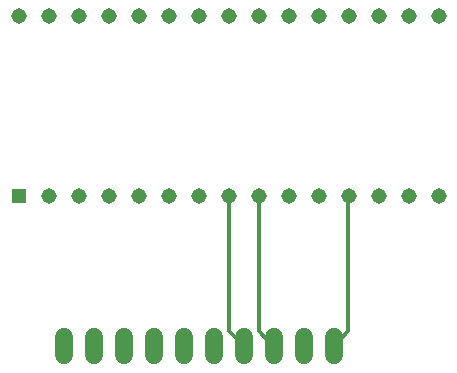
<source format=gbr>
G04 EAGLE Gerber RS-274X export*
G75*
%MOMM*%
%FSLAX34Y34*%
%LPD*%
%INBottom Copper*%
%IPPOS*%
%AMOC8*
5,1,8,0,0,1.08239X$1,22.5*%
G01*
%ADD10R,1.308000X1.308000*%
%ADD11C,1.308000*%
%ADD12C,1.524000*%
%ADD13C,0.304800*%


D10*
X76200Y279400D03*
D11*
X101600Y279400D03*
X127000Y279400D03*
X152400Y279400D03*
X177800Y279400D03*
X203200Y279400D03*
X228600Y279400D03*
X254000Y279400D03*
X279400Y279400D03*
X304800Y279400D03*
X330200Y279400D03*
X355600Y279400D03*
X381000Y279400D03*
X406400Y279400D03*
X431800Y279400D03*
X431800Y431800D03*
X406400Y431800D03*
X381000Y431800D03*
X355600Y431800D03*
X330200Y431800D03*
X304800Y431800D03*
X279400Y431800D03*
X254000Y431800D03*
X228600Y431800D03*
X203200Y431800D03*
X177800Y431800D03*
X152400Y431800D03*
X127000Y431800D03*
X101600Y431800D03*
X76200Y431800D03*
D12*
X342900Y160020D02*
X342900Y144780D01*
X317500Y144780D02*
X317500Y160020D01*
X292100Y160020D02*
X292100Y144780D01*
X266700Y144780D02*
X266700Y160020D01*
X241300Y160020D02*
X241300Y144780D01*
X215900Y144780D02*
X215900Y160020D01*
X190500Y160020D02*
X190500Y144780D01*
X165100Y144780D02*
X165100Y160020D01*
X139700Y160020D02*
X139700Y144780D01*
X114300Y144780D02*
X114300Y160020D01*
D13*
X354838Y164846D02*
X354838Y279400D01*
X354838Y164846D02*
X343662Y153670D01*
X354838Y279400D02*
X355600Y279400D01*
X343662Y153670D02*
X342900Y152400D01*
X279400Y164846D02*
X279400Y279400D01*
X279400Y164846D02*
X290576Y153670D01*
X292100Y152400D01*
X254254Y164846D02*
X254254Y279400D01*
X254254Y164846D02*
X266700Y152400D01*
X254254Y279400D02*
X254000Y279400D01*
M02*

</source>
